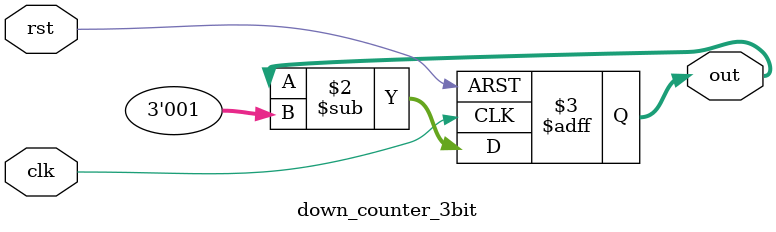
<source format=v>
`timescale 1ns / 1ps


module down_counter_3bit(clk, rst, out);
input rst, clk;
output reg [2:0]out;
always @(posedge clk or posedge rst)begin 
if(rst)
out <= 3'd7;
else
out <= out-3'd1;
end 
endmodule

</source>
